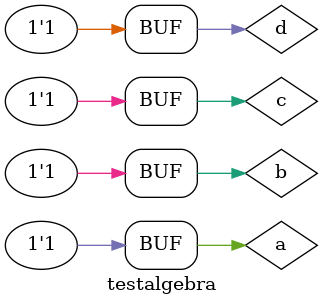
<source format=v>

module algebra (s,a,b,c,d);
output s;
input a,b,c,d;
wire s1,s2,s3,s4,s5,s6,s7,s8;

xor XOR1(s1,a,c);
xor XOR2(s2,b,c);
xor XOR3(s3,a,b);
xor XOR4(s4,b,d);
and AND1(s5,s1,d);
and AND2(s6,s2,d);
and AND3(s7,s3,c);
and AND4(s8,s4,a);

or OR1(s,s5,s6,s7,s8);

endmodule

module testalgebra;

wire s;
reg a,b,c,d;

algebra AL (s,a,b,c,d);

 initial begin
      $display("a  b   c   d  s");
      $monitor("%b  %b   %b   %b  %b", a, b, c, d, s);
  
	     a=0; b=0; c=0; d=0;  
    #1  a=0; b=0; c=0; d=1;
    #1  a=0; b=0; c=1; d=0;
    #1  a=0; b=0; c=1; d=1;
    #1  a=0; b=1; c=0; d=0;
 	 #1  a=0; b=1; c=0; d=1;
    #1  a=0; b=1; c=1; d=0;
    #1  a=0; b=1; c=1; d=1;
    #1  a=1; b=0; c=0; d=0;
    #1  a=1; b=0; c=0; d=1;
    #1  a=1; b=0; c=1; d=0;
    #1  a=1; b=0; c=1; d=1;
    #1  a=1; b=1; c=0; d=0;
    #1  a=1; b=1; c=0; d=1;
    #1  a=1; b=1; c=1; d=0;
    #1  a=1; b=1; c=1; d=1;


        
    end
    endmodule

</source>
